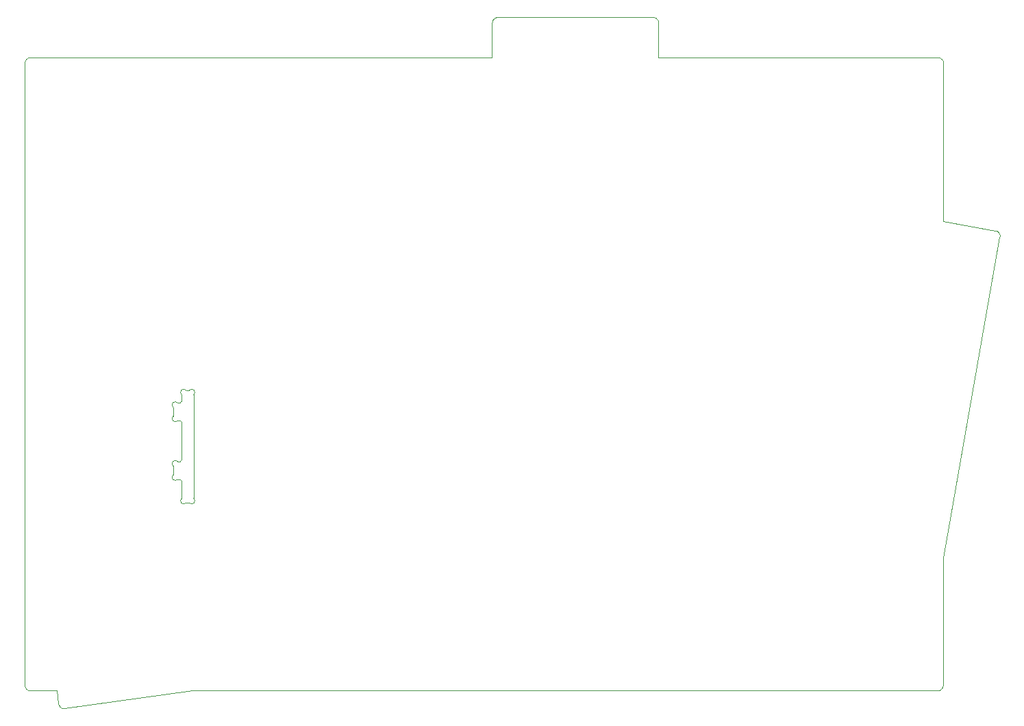
<source format=gm1>
G04 #@! TF.GenerationSoftware,KiCad,Pcbnew,7.0.5*
G04 #@! TF.CreationDate,2023-06-08T22:56:43+10:00*
G04 #@! TF.ProjectId,Klotz,4b6c6f74-7a2e-46b6-9963-61645f706362,0.2*
G04 #@! TF.SameCoordinates,Original*
G04 #@! TF.FileFunction,Profile,NP*
%FSLAX46Y46*%
G04 Gerber Fmt 4.6, Leading zero omitted, Abs format (unit mm)*
G04 Created by KiCad (PCBNEW 7.0.5) date 2023-06-08 22:56:43*
%MOMM*%
%LPD*%
G01*
G04 APERTURE LIST*
G04 #@! TA.AperFunction,Profile*
%ADD10C,0.050000*%
G04 #@! TD*
%ADD11C,0.050000*%
G04 APERTURE END LIST*
D10*
X198401458Y-73810834D02*
X198401458Y-54258125D01*
X204830833Y-74948542D02*
X204830833Y-74948542D01*
X204830833Y-74948542D02*
X204830833Y-74948542D01*
X85556667Y-131807500D02*
X88811042Y-131807500D01*
X105559167Y-131807500D02*
X197660625Y-131807500D01*
D11*
X85556667Y-53543750D02*
X85483241Y-53547412D01*
X85412024Y-53558167D01*
X85343366Y-53575666D01*
X85277614Y-53599560D01*
X85215118Y-53629500D01*
X85156226Y-53665137D01*
X85101287Y-53706123D01*
X85050651Y-53752109D01*
X85004665Y-53802745D01*
X84963679Y-53857684D01*
X84928042Y-53916576D01*
X84898102Y-53979072D01*
X84874208Y-54044824D01*
X84856709Y-54113482D01*
X84845954Y-54184699D01*
X84842292Y-54258125D01*
D10*
X89790000Y-134030000D02*
X105559167Y-131807500D01*
D11*
X84842292Y-131093125D02*
X84845954Y-131166550D01*
X84856709Y-131237767D01*
X84874208Y-131306425D01*
X84898102Y-131372177D01*
X84928042Y-131434673D01*
X84963679Y-131493565D01*
X85004665Y-131548504D01*
X85050651Y-131599140D01*
X85101287Y-131645126D01*
X85156226Y-131686112D01*
X85215118Y-131721749D01*
X85277614Y-131751689D01*
X85343366Y-131775583D01*
X85412024Y-131793082D01*
X85483241Y-131803837D01*
X85556667Y-131807500D01*
X205360000Y-75768750D02*
X205375858Y-75694717D01*
X205383926Y-75621730D01*
X205384475Y-75550216D01*
X205377776Y-75480602D01*
X205364101Y-75413313D01*
X205343721Y-75348775D01*
X205316908Y-75287416D01*
X205283932Y-75229661D01*
X205245064Y-75175937D01*
X205200577Y-75126670D01*
X205150742Y-75082287D01*
X205095829Y-75043213D01*
X205036111Y-75009875D01*
X204971857Y-74982700D01*
X204903341Y-74962113D01*
X204830833Y-74948542D01*
D10*
X142627292Y-53543750D02*
X85556667Y-53543750D01*
X198375000Y-115350417D02*
X199142292Y-111011250D01*
X198375000Y-131093125D02*
X198375000Y-115350417D01*
X84842292Y-54258125D02*
X84842292Y-131093125D01*
D11*
X143341667Y-48569584D02*
X143268241Y-48573246D01*
X143197024Y-48584001D01*
X143128366Y-48601500D01*
X143062614Y-48625394D01*
X143000118Y-48655334D01*
X142941226Y-48690971D01*
X142886287Y-48731957D01*
X142835651Y-48777943D01*
X142789665Y-48828579D01*
X142748679Y-48883518D01*
X142713042Y-48942410D01*
X142683102Y-49004906D01*
X142659208Y-49070658D01*
X142641709Y-49139316D01*
X142630954Y-49210533D01*
X142627292Y-49283959D01*
X89022708Y-133421459D02*
X89040626Y-133493986D01*
X89064359Y-133562639D01*
X89093517Y-133627260D01*
X89127714Y-133687695D01*
X89166562Y-133743790D01*
X89209673Y-133795389D01*
X89256660Y-133842337D01*
X89307135Y-133884479D01*
X89360710Y-133921660D01*
X89416999Y-133953726D01*
X89475613Y-133980520D01*
X89536165Y-134001888D01*
X89598267Y-134017675D01*
X89661532Y-134027726D01*
X89725572Y-134031886D01*
X89790000Y-134030000D01*
X197660625Y-131807500D02*
X197734050Y-131803837D01*
X197805267Y-131793082D01*
X197873925Y-131775583D01*
X197939677Y-131751689D01*
X198002173Y-131721749D01*
X198061065Y-131686112D01*
X198116004Y-131645126D01*
X198166640Y-131599140D01*
X198212626Y-131548504D01*
X198253612Y-131493565D01*
X198289249Y-131434673D01*
X198319189Y-131372177D01*
X198343083Y-131306425D01*
X198360582Y-131237767D01*
X198371337Y-131166550D01*
X198375000Y-131093125D01*
D10*
X142627292Y-49283959D02*
X142627292Y-53543750D01*
X88811042Y-131807500D02*
X89022708Y-133421459D01*
X199142292Y-111011250D02*
X205360000Y-75768750D01*
X163185417Y-53543750D02*
X163185417Y-49283959D01*
X162471042Y-48569584D02*
X143341667Y-48569584D01*
D11*
X163185417Y-49283959D02*
X163181754Y-49210533D01*
X163170999Y-49139316D01*
X163153500Y-49070658D01*
X163129606Y-49004906D01*
X163099666Y-48942410D01*
X163064029Y-48883518D01*
X163023043Y-48828579D01*
X162977057Y-48777943D01*
X162926421Y-48731957D01*
X162871482Y-48690971D01*
X162812590Y-48655334D01*
X162750094Y-48625394D01*
X162684342Y-48601500D01*
X162615684Y-48584001D01*
X162544467Y-48573246D01*
X162471042Y-48569584D01*
D10*
X204830833Y-74948542D02*
X198401458Y-73810834D01*
X197687083Y-53543750D02*
X163185417Y-53543750D01*
D11*
X198401458Y-54258125D02*
X198397795Y-54184699D01*
X198387040Y-54113482D01*
X198369541Y-54044824D01*
X198345647Y-53979072D01*
X198315707Y-53916576D01*
X198280070Y-53857684D01*
X198239084Y-53802745D01*
X198193098Y-53752109D01*
X198142462Y-53706123D01*
X198087523Y-53665137D01*
X198028631Y-53629500D01*
X197966135Y-53599560D01*
X197900383Y-53575666D01*
X197831725Y-53558167D01*
X197760508Y-53547412D01*
X197687083Y-53543750D01*
D10*
X104800024Y-108599970D02*
X105200000Y-108600000D01*
X104250001Y-108050000D02*
X104250000Y-105900000D01*
X105750000Y-108050000D02*
X105750000Y-95250000D01*
X104050000Y-105700000D02*
X103750000Y-105700000D01*
X103200000Y-104050000D02*
X103200000Y-105150000D01*
X104050000Y-103500000D02*
X103750000Y-103500000D01*
X104250000Y-103300000D02*
X104250000Y-98650000D01*
X104050000Y-98450000D02*
X103750000Y-98450000D01*
X103200000Y-96800000D02*
X103200000Y-97900000D01*
X104050000Y-96250000D02*
X103750000Y-96250000D01*
X104250000Y-96050000D02*
X104250000Y-95250000D01*
X104800000Y-94700000D02*
X105200000Y-94700000D01*
X104250002Y-108050001D02*
G75*
G03*
X104800023Y-108599970I249998J-299999D01*
G01*
X105200000Y-108600000D02*
G75*
G03*
X105750000Y-108050000I300000J250000D01*
G01*
X103200000Y-105150000D02*
G75*
G03*
X103750000Y-105700000I250000J-300000D01*
G01*
X104250000Y-105900000D02*
G75*
G03*
X104050000Y-105700000I-200001J-1D01*
G01*
X103750000Y-103500000D02*
G75*
G03*
X103200000Y-104050000I-300000J-250000D01*
G01*
X104050000Y-103500000D02*
G75*
G03*
X104250000Y-103300000I-1J200001D01*
G01*
X103200000Y-97900000D02*
G75*
G03*
X103750000Y-98450000I250000J-300000D01*
G01*
X104250000Y-98650000D02*
G75*
G03*
X104050000Y-98450000I-200000J0D01*
G01*
X103750000Y-96250000D02*
G75*
G03*
X103200000Y-96800000I-300000J-250000D01*
G01*
X104050000Y-96250000D02*
G75*
G03*
X104250000Y-96050000I0J200000D01*
G01*
X104800000Y-94700000D02*
G75*
G03*
X104250000Y-95250000I-300000J-250000D01*
G01*
X105750000Y-95250000D02*
G75*
G03*
X105200000Y-94700000I-250000J300000D01*
G01*
M02*

</source>
